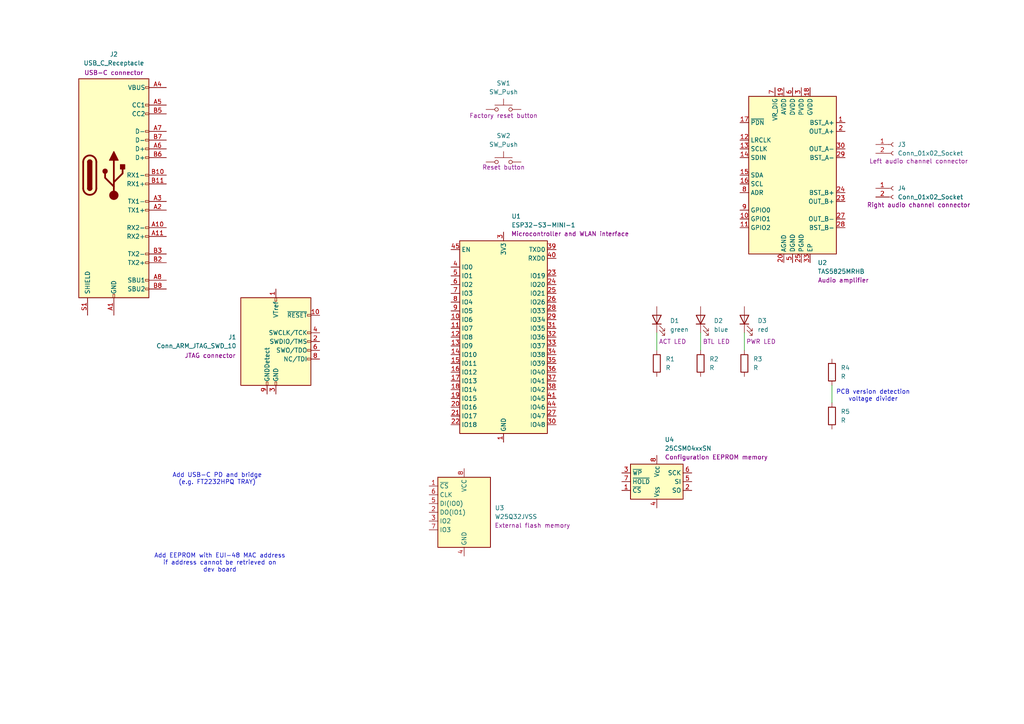
<source format=kicad_sch>
(kicad_sch (version 20231120) (generator "eeschema") (generator_version "8.0")
  (paper "A4")
  (title_block (title "soundbox"))
  (lib_symbols
    (symbol "Amplifier_Audio:TAS5825MRHB"
      (property "Reference" "U" (at -11.43 24.13 0))
      (property "Value" "TAS5825MRHB" (at 13.97 24.13 0))
      (symbol "TAS5825MRHB_0_1"
        (rectangle (start -12.7 22.86) (end 12.7 -22.86) (stroke (width 0.254)) (fill (type background)))
      )
      (symbol "TAS5825MRHB_1_1"
        (pin passive line (at 15.24 15.24 180) (length 2.54) (name "BST_A+") (number "1"))
        (pin bidirectional line (at -15.24 -12.7 0) (length 2.54) (name "GPIO1") (number "10"))
        (pin bidirectional line (at -15.24 -15.24 0) (length 2.54) (name "GPIO2") (number "11"))
        (pin input line (at -15.24 10.16 0) (length 2.54) (name "LRCLK") (number "12"))
        (pin input line (at -15.24 7.62 0) (length 2.54) (name "SCLK") (number "13"))
        (pin input line (at -15.24 5.08 0) (length 2.54) (name "SDIN") (number "14"))
        (pin bidirectional line (at -15.24 0 0) (length 2.54) (name "SDA") (number "15"))
        (pin input line (at -15.24 -2.54 0) (length 2.54) (name "SCL") (number "16"))
        (pin input line (at -15.24 15.24 0) (length 2.54) (name "~{PDN}") (number "17"))
        (pin passive line (at 5.08 25.4 270) (length 2.54) (name "GVDD") (number "18"))
        (pin passive line (at -2.54 25.4 270) (length 2.54) (name "AVDD") (number "19"))
        (pin output line (at 15.24 12.7 180) (length 2.54) (name "OUT_A+") (number "2"))
        (pin power_in line (at -2.54 -25.4 90) (length 2.54) (name "AGND") (number "20"))
        (pin passive line (at 2.54 25.4 270) (length 2.54) hide (name "PVDD") (number "21"))
        (pin passive line (at 2.54 25.4 270) (length 2.54) hide (name "PVDD") (number "22"))
        (pin output line (at 15.24 -7.62 180) (length 2.54) (name "OUT_B+") (number "23"))
        (pin passive line (at 15.24 -5.08 180) (length 2.54) (name "BST_B+") (number "24"))
        (pin power_in line (at 2.54 -25.4 90) (length 2.54) (name "PGND") (number "25"))
        (pin passive line (at 2.54 -25.4 90) (length 2.54) hide (name "PGND") (number "26"))
        (pin output line (at 15.24 -12.7 180) (length 2.54) (name "OUT_B-") (number "27"))
        (pin passive line (at 15.24 -15.24 180) (length 2.54) (name "BST_B-") (number "28"))
        (pin passive line (at 15.24 5.08 180) (length 2.54) (name "BST_A-") (number "29"))
        (pin power_in line (at 2.54 25.4 270) (length 2.54) (name "PVDD") (number "3"))
        (pin output line (at 15.24 7.62 180) (length 2.54) (name "OUT_A-") (number "30"))
        (pin passive line (at 2.54 -25.4 90) (length 2.54) hide (name "PGND") (number "31"))
        (pin passive line (at 2.54 -25.4 90) (length 2.54) hide (name "PGND") (number "32"))
        (pin passive line (at 5.08 -25.4 90) (length 2.54) (name "EP") (number "33"))
        (pin passive line (at 2.54 25.4 270) (length 2.54) hide (name "PVDD") (number "4"))
        (pin power_in line (at 0 -25.4 90) (length 2.54) (name "DGND") (number "5"))
        (pin power_in line (at 0 25.4 270) (length 2.54) (name "DVDD") (number "6"))
        (pin passive line (at -5.08 25.4 270) (length 2.54) (name "VR_DIG") (number "7"))
        (pin passive line (at -15.24 -5.08 0) (length 2.54) (name "ADR") (number "8"))
        (pin bidirectional line (at -15.24 -10.16 0) (length 2.54) (name "GPIO0") (number "9"))
      )
    )
    (symbol "Connector:Conn_01x02_Socket" (pin_names (offset 1.016) hide)
      (property "Reference" "J" (at 0 2.54 0))
      (property "Value" "Conn_01x02_Socket" (at 0 -5.08 0))
      (symbol "Conn_01x02_Socket_1_1"
        (arc (start 0 -2.032) (mid -0.5058 -2.54) (end 0 -3.048) (stroke (width 0.1524)))
        (polyline (pts (xy -1.27 -2.54) (xy -0.508 -2.54)) (stroke (width 0.1524)))
        (polyline (pts (xy -1.27 0) (xy -0.508 0)) (stroke (width 0.1524)))
        (arc (start 0 0.508) (mid -0.5058 0) (end 0 -0.508) (stroke (width 0.1524)))
        (pin passive line (at -5.08 0 0) (length 3.81) (name "Pin_1") (number "1"))
        (pin passive line (at -5.08 -2.54 0) (length 3.81) (name "Pin_2") (number "2"))
      )
    )
    (symbol "Connector:Conn_ARM_JTAG_SWD_10" (pin_names (offset 1.016))
      (property "Reference" "J" (at -2.54 16.51 0))
      (property "Value" "Conn_ARM_JTAG_SWD_10" (at -2.54 13.97 0))
      (symbol "Conn_ARM_JTAG_SWD_10_0_1"
        (rectangle (start -10.16 12.7) (end 10.16 -12.7) (stroke (width 0.254)) (fill (type background)))
        (rectangle (start -2.794 -12.7) (end -2.286 -11.684))
        (rectangle (start -0.254 -12.7) (end 0.254 -11.684))
        (rectangle (start -0.254 12.7) (end 0.254 11.684))
        (rectangle (start 9.144 2.286) (end 10.16 2.794))
        (rectangle (start 10.16 -2.794) (end 9.144 -2.286))
        (rectangle (start 10.16 -0.254) (end 9.144 0.254))
        (rectangle (start 10.16 7.874) (end 9.144 7.366))
      )
      (symbol "Conn_ARM_JTAG_SWD_10_1_1"
        (rectangle (start 9.144 -5.334) (end 10.16 -4.826))
        (pin power_in line (at 0 15.24 270) (length 2.54) (name "VTref") (number "1"))
        (pin open_collector line (at 12.7 7.62 180) (length 2.54) (name "~{RESET}") (number "10"))
        (pin bidirectional line (at 12.7 0 180) (length 2.54) (name "SWDIO/TMS") (number "2"))
        (pin power_in line (at 0 -15.24 90) (length 2.54) (name "GND") (number "3"))
        (pin output line (at 12.7 2.54 180) (length 2.54) (name "SWCLK/TCK") (number "4"))
        (pin passive line (at 0 -15.24 90) (length 2.54) hide (name "GND") (number "5"))
        (pin input line (at 12.7 -2.54 180) (length 2.54) (name "SWO/TDO") (number "6"))
        (pin no_connect line (at -10.16 0 0) (length 2.54) hide (name "KEY") (number "7"))
        (pin output line (at 12.7 -5.08 180) (length 2.54) (name "NC/TDI") (number "8"))
        (pin passive line (at -2.54 -15.24 90) (length 2.54) (name "GNDDetect") (number "9"))
      )
    )
    (symbol "Connector:USB_C_Receptacle" (pin_names (offset 1.016))
      (property "Reference" "J" (at -10.16 29.21 0))
      (property "Value" "USB_C_Receptacle" (at 10.16 29.21 0))
      (symbol "USB_C_Receptacle_0_0"
        (rectangle (start -0.254 -35.56) (end 0.254 -34.544))
        (rectangle (start 10.16 -32.766) (end 9.144 -33.274))
        (rectangle (start 10.16 -30.226) (end 9.144 -30.734))
        (rectangle (start 10.16 -25.146) (end 9.144 -25.654))
        (rectangle (start 10.16 -22.606) (end 9.144 -23.114))
        (rectangle (start 10.16 -17.526) (end 9.144 -18.034))
        (rectangle (start 10.16 -14.986) (end 9.144 -15.494))
        (rectangle (start 10.16 -9.906) (end 9.144 -10.414))
        (rectangle (start 10.16 -7.366) (end 9.144 -7.874))
        (rectangle (start 10.16 -2.286) (end 9.144 -2.794))
        (rectangle (start 10.16 0.254) (end 9.144 -0.254))
        (rectangle (start 10.16 5.334) (end 9.144 4.826))
        (rectangle (start 10.16 7.874) (end 9.144 7.366))
        (rectangle (start 10.16 10.414) (end 9.144 9.906))
        (rectangle (start 10.16 12.954) (end 9.144 12.446))
        (rectangle (start 10.16 18.034) (end 9.144 17.526))
        (rectangle (start 10.16 20.574) (end 9.144 20.066))
        (rectangle (start 10.16 25.654) (end 9.144 25.146))
      )
      (symbol "USB_C_Receptacle_0_1"
        (rectangle (start -10.16 27.94) (end 10.16 -35.56) (stroke (width 0.254)) (fill (type background)))
        (arc (start -8.89 -3.81) (mid -6.985 -5.7067) (end -5.08 -3.81) (stroke (width 0.508)))
        (arc (start -7.62 -3.81) (mid -6.985 -4.4423) (end -6.35 -3.81) (stroke (width 0.254)))
        (arc (start -7.62 -3.81) (mid -6.985 -4.4423) (end -6.35 -3.81) (stroke (width 0.254)) (fill (type outline)))
        (rectangle (start -7.62 -3.81) (end -6.35 3.81) (stroke (width 0.254)) (fill (type outline)))
        (arc (start -6.35 3.81) (mid -6.985 4.4423) (end -7.62 3.81) (stroke (width 0.254)))
        (arc (start -6.35 3.81) (mid -6.985 4.4423) (end -7.62 3.81) (stroke (width 0.254)) (fill (type outline)))
        (arc (start -5.08 3.81) (mid -6.985 5.7067) (end -8.89 3.81) (stroke (width 0.508)))
        (polyline (pts (xy -8.89 -3.81) (xy -8.89 3.81)) (stroke (width 0.508)))
        (polyline (pts (xy -5.08 3.81) (xy -5.08 -3.81)) (stroke (width 0.508)))
      )
      (symbol "USB_C_Receptacle_1_1"
        (circle (center -2.54 1.143) (radius 0.635) (stroke (width 0.254)) (fill (type outline)))
        (circle (center 0 -5.842) (radius 1.27) (fill (type outline)))
        (polyline (pts (xy 0 -5.842) (xy 0 4.318)) (stroke (width 0.508)))
        (polyline (pts (xy 0 -3.302) (xy -2.54 -0.762) (xy -2.54 0.508)) (stroke (width 0.508)))
        (polyline (pts (xy 0 -2.032) (xy 2.54 0.508) (xy 2.54 1.778)) (stroke (width 0.508)))
        (polyline (pts (xy -1.27 4.318) (xy 0 6.858) (xy 1.27 4.318) (xy -1.27 4.318)) (stroke (width 0.254)) (fill (type outline)))
        (rectangle (start 1.905 1.778) (end 3.175 3.048) (stroke (width 0.254)) (fill (type outline)))
        (pin passive line (at 0 -40.64 90) (length 5.08) (name "GND") (number "A1"))
        (pin bidirectional line (at 15.24 -15.24 180) (length 5.08) (name "RX2-") (number "A10"))
        (pin bidirectional line (at 15.24 -17.78 180) (length 5.08) (name "RX2+") (number "A11"))
        (pin passive line (at 0 -40.64 90) (length 5.08) hide (name "GND") (number "A12"))
        (pin bidirectional line (at 15.24 -10.16 180) (length 5.08) (name "TX1+") (number "A2"))
        (pin bidirectional line (at 15.24 -7.62 180) (length 5.08) (name "TX1-") (number "A3"))
        (pin passive line (at 15.24 25.4 180) (length 5.08) (name "VBUS") (number "A4"))
        (pin bidirectional line (at 15.24 20.32 180) (length 5.08) (name "CC1") (number "A5"))
        (pin bidirectional line (at 15.24 7.62 180) (length 5.08) (name "D+") (number "A6"))
        (pin bidirectional line (at 15.24 12.7 180) (length 5.08) (name "D-") (number "A7"))
        (pin bidirectional line (at 15.24 -30.48 180) (length 5.08) (name "SBU1") (number "A8"))
        (pin passive line (at 15.24 25.4 180) (length 5.08) hide (name "VBUS") (number "A9"))
        (pin passive line (at 0 -40.64 90) (length 5.08) hide (name "GND") (number "B1"))
        (pin bidirectional line (at 15.24 0 180) (length 5.08) (name "RX1-") (number "B10"))
        (pin bidirectional line (at 15.24 -2.54 180) (length 5.08) (name "RX1+") (number "B11"))
        (pin passive line (at 0 -40.64 90) (length 5.08) hide (name "GND") (number "B12"))
        (pin bidirectional line (at 15.24 -25.4 180) (length 5.08) (name "TX2+") (number "B2"))
        (pin bidirectional line (at 15.24 -22.86 180) (length 5.08) (name "TX2-") (number "B3"))
        (pin passive line (at 15.24 25.4 180) (length 5.08) hide (name "VBUS") (number "B4"))
        (pin bidirectional line (at 15.24 17.78 180) (length 5.08) (name "CC2") (number "B5"))
        (pin bidirectional line (at 15.24 5.08 180) (length 5.08) (name "D+") (number "B6"))
        (pin bidirectional line (at 15.24 10.16 180) (length 5.08) (name "D-") (number "B7"))
        (pin bidirectional line (at 15.24 -33.02 180) (length 5.08) (name "SBU2") (number "B8"))
        (pin passive line (at 15.24 25.4 180) (length 5.08) hide (name "VBUS") (number "B9"))
        (pin passive line (at -7.62 -40.64 90) (length 5.08) (name "SHIELD") (number "S1"))
      )
    )
    (symbol "Device:LED" (pin_numbers hide) (pin_names (offset 1.016) hide)
      (property "Reference" "D" (at 0 2.54 0))
      (property "Value" "LED" (at 0 -2.54 0))
      (symbol "LED_0_1"
        (polyline (pts (xy -1.27 -1.27) (xy -1.27 1.27)) (stroke (width 0.254)))
        (polyline (pts (xy -1.27 0) (xy 1.27 0)))
        (polyline (pts (xy 1.27 -1.27) (xy 1.27 1.27) (xy -1.27 0) (xy 1.27 -1.27)) (stroke (width 0.254)))
        (polyline (pts (xy -3.048 -0.762) (xy -4.572 -2.286) (xy -3.81 -2.286) (xy -4.572 -2.286) (xy -4.572 -1.524)))
        (polyline (pts (xy -1.778 -0.762) (xy -3.302 -2.286) (xy -2.54 -2.286) (xy -3.302 -2.286) (xy -3.302 -1.524)))
      )
      (symbol "LED_1_1"
        (pin passive line (at -3.81 0 0) (length 2.54) (name "K") (number "1"))
        (pin passive line (at 3.81 0 180) (length 2.54) (name "A") (number "2"))
      )
    )
    (symbol "Device:R" (pin_numbers hide) (pin_names (offset 0))
      (property "Reference" "R" (at 2.032 0 90))
      (property "Value" "R" (at 0 0 90))
      (symbol "R_0_1"
        (rectangle (start -1.016 -2.54) (end 1.016 2.54) (stroke (width 0.254)))
      )
      (symbol "R_1_1"
        (pin passive line (at 0 3.81 270) (length 1.27) (name "~") (number "1"))
        (pin passive line (at 0 -3.81 90) (length 1.27) (name "~") (number "2"))
      )
    )
    (symbol "Memory_EEPROM:25CSM04xxSN"
      (property "Reference" "U3" (at 1.9559 8.89 0))
      (property "Value" "25CSM04xxSN" (at 1.9559 6.35 0))
      (symbol "25CSM04xxSN_1_1"
        (rectangle (start -7.62 5.08) (end 7.62 -5.08) (stroke (width 0.254)) (fill (type background)))
        (pin input line (at -10.16 -2.54 0) (length 2.54) (name "~{CS}") (number "1"))
        (pin tri_state line (at 10.16 -2.54 180) (length 2.54) (name "SO") (number "2"))
        (pin input line (at -10.16 2.54 0) (length 2.54) (name "~{WP}") (number "3"))
        (pin power_in line (at 0 -7.62 90) (length 2.54) (name "V_{SS}") (number "4"))
        (pin input line (at 10.16 0 180) (length 2.54) (name "SI") (number "5"))
        (pin input line (at 10.16 2.54 180) (length 2.54) (name "SCK") (number "6"))
        (pin input line (at -10.16 0 0) (length 2.54) (name "~{HOLD}") (number "7"))
        (pin power_in line (at 0 7.62 270) (length 2.54) (name "V_{CC}") (number "8"))
      )
    )
    (symbol "Memory_Flash:W25Q32JVSS"
      (property "Reference" "U" (at -6.35 11.43 0))
      (property "Value" "W25Q32JVSS" (at 7.62 11.43 0))
      (symbol "W25Q32JVSS_0_1"
        (rectangle (start -7.62 10.16) (end 7.62 -10.16) (stroke (width 0.254)) (fill (type background)))
      )
      (symbol "W25Q32JVSS_1_1"
        (pin input line (at -10.16 7.62 0) (length 2.54) (name "~{CS}") (number "1"))
        (pin bidirectional line (at -10.16 0 0) (length 2.54) (name "DO(IO1)") (number "2"))
        (pin bidirectional line (at -10.16 -2.54 0) (length 2.54) (name "IO2") (number "3"))
        (pin power_in line (at 0 -12.7 90) (length 2.54) (name "GND") (number "4"))
        (pin bidirectional line (at -10.16 2.54 0) (length 2.54) (name "DI(IO0)") (number "5"))
        (pin input line (at -10.16 5.08 0) (length 2.54) (name "CLK") (number "6"))
        (pin bidirectional line (at -10.16 -5.08 0) (length 2.54) (name "IO3") (number "7"))
        (pin power_in line (at 0 12.7 270) (length 2.54) (name "VCC") (number "8"))
      )
    )
    (symbol "RF_Module:ESP32-S3-MINI-1"
      (property "Reference" "U" (at -11.43 29.21 0))
      (property "Value" "ESP32-S3-MINI-1" (at 12.7 29.21 0))
      (symbol "ESP32-S3-MINI-1_0_1"
        (rectangle (start -12.7 27.94) (end 12.7 -27.94) (stroke (width 0.254)) (fill (type background)))
      )
      (symbol "ESP32-S3-MINI-1_1_1"
        (pin power_in line (at 0 -30.48 90) (length 2.54) (name "GND") (number "1"))
        (pin bidirectional line (at -15.24 5.08 0) (length 2.54) (name "IO6") (number "10"))
        (pin bidirectional line (at -15.24 2.54 0) (length 2.54) (name "IO7") (number "11"))
        (pin bidirectional line (at -15.24 0 0) (length 2.54) (name "IO8") (number "12"))
        (pin bidirectional line (at -15.24 -2.54 0) (length 2.54) (name "IO9") (number "13"))
        (pin bidirectional line (at -15.24 -5.08 0) (length 2.54) (name "IO10") (number "14"))
        (pin bidirectional line (at -15.24 -7.62 0) (length 2.54) (name "IO11") (number "15"))
        (pin bidirectional line (at -15.24 -10.16 0) (length 2.54) (name "IO12") (number "16"))
        (pin bidirectional line (at -15.24 -12.7 0) (length 2.54) (name "IO13") (number "17"))
        (pin bidirectional line (at -15.24 -15.24 0) (length 2.54) (name "IO14") (number "18"))
        (pin bidirectional line (at -15.24 -17.78 0) (length 2.54) (name "IO15") (number "19"))
        (pin passive line (at 0 -30.48 90) (length 2.54) hide (name "GND") (number "2"))
        (pin bidirectional line (at -15.24 -20.32 0) (length 2.54) (name "IO16") (number "20"))
        (pin bidirectional line (at -15.24 -22.86 0) (length 2.54) (name "IO17") (number "21"))
        (pin bidirectional line (at -15.24 -25.4 0) (length 2.54) (name "IO18") (number "22"))
        (pin bidirectional line (at 15.24 17.78 180) (length 2.54) (name "IO19") (number "23"))
        (pin bidirectional line (at 15.24 15.24 180) (length 2.54) (name "IO20") (number "24"))
        (pin bidirectional line (at 15.24 12.7 180) (length 2.54) (name "IO21") (number "25"))
        (pin bidirectional line (at 15.24 10.16 180) (length 2.54) (name "IO26") (number "26"))
        (pin bidirectional line (at 15.24 -22.86 180) (length 2.54) (name "IO47") (number "27"))
        (pin bidirectional line (at 15.24 7.62 180) (length 2.54) (name "IO33") (number "28"))
        (pin bidirectional line (at 15.24 5.08 180) (length 2.54) (name "IO34") (number "29"))
        (pin power_in line (at 0 30.48 270) (length 2.54) (name "3V3") (number "3"))
        (pin bidirectional line (at 15.24 -25.4 180) (length 2.54) (name "IO48") (number "30"))
        (pin bidirectional line (at 15.24 2.54 180) (length 2.54) (name "IO35") (number "31"))
        (pin bidirectional line (at 15.24 0 180) (length 2.54) (name "IO36") (number "32"))
        (pin bidirectional line (at 15.24 -2.54 180) (length 2.54) (name "IO37") (number "33"))
        (pin bidirectional line (at 15.24 -5.08 180) (length 2.54) (name "IO38") (number "34"))
        (pin bidirectional line (at 15.24 -7.62 180) (length 2.54) (name "IO39") (number "35"))
        (pin bidirectional line (at 15.24 -10.16 180) (length 2.54) (name "IO40") (number "36"))
        (pin bidirectional line (at 15.24 -12.7 180) (length 2.54) (name "IO41") (number "37"))
        (pin bidirectional line (at 15.24 -15.24 180) (length 2.54) (name "IO42") (number "38"))
        (pin bidirectional line (at 15.24 25.4 180) (length 2.54) (name "TXD0") (number "39"))
        (pin bidirectional line (at -15.24 20.32 0) (length 2.54) (name "IO0") (number "4"))
        (pin bidirectional line (at 15.24 22.86 180) (length 2.54) (name "RXD0") (number "40"))
        (pin bidirectional line (at 15.24 -17.78 180) (length 2.54) (name "IO45") (number "41"))
        (pin passive line (at 0 -30.48 90) (length 2.54) hide (name "GND") (number "42"))
        (pin passive line (at 0 -30.48 90) (length 2.54) hide (name "GND") (number "43"))
        (pin bidirectional line (at 15.24 -20.32 180) (length 2.54) (name "IO46") (number "44"))
        (pin input line (at -15.24 25.4 0) (length 2.54) (name "EN") (number "45"))
        (pin passive line (at 0 -30.48 90) (length 2.54) hide (name "GND") (number "46"))
        (pin passive line (at 0 -30.48 90) (length 2.54) hide (name "GND") (number "47"))
        (pin passive line (at 0 -30.48 90) (length 2.54) hide (name "GND") (number "48"))
        (pin passive line (at 0 -30.48 90) (length 2.54) hide (name "GND") (number "49"))
        (pin bidirectional line (at -15.24 17.78 0) (length 2.54) (name "IO1") (number "5"))
        (pin passive line (at 0 -30.48 90) (length 2.54) hide (name "GND") (number "50"))
        (pin passive line (at 0 -30.48 90) (length 2.54) hide (name "GND") (number "51"))
        (pin passive line (at 0 -30.48 90) (length 2.54) hide (name "GND") (number "52"))
        (pin passive line (at 0 -30.48 90) (length 2.54) hide (name "GND") (number "53"))
        (pin passive line (at 0 -30.48 90) (length 2.54) hide (name "GND") (number "54"))
        (pin passive line (at 0 -30.48 90) (length 2.54) hide (name "GND") (number "55"))
        (pin passive line (at 0 -30.48 90) (length 2.54) hide (name "GND") (number "56"))
        (pin passive line (at 0 -30.48 90) (length 2.54) hide (name "GND") (number "57"))
        (pin passive line (at 0 -30.48 90) (length 2.54) hide (name "GND") (number "58"))
        (pin passive line (at 0 -30.48 90) (length 2.54) hide (name "GND") (number "59"))
        (pin bidirectional line (at -15.24 15.24 0) (length 2.54) (name "IO2") (number "6"))
        (pin passive line (at 0 -30.48 90) (length 2.54) hide (name "GND") (number "60"))
        (pin passive line (at 0 -30.48 90) (length 2.54) hide (name "GND") (number "61"))
        (pin passive line (at 0 -30.48 90) (length 2.54) hide (name "GND") (number "62"))
        (pin passive line (at 0 -30.48 90) (length 2.54) hide (name "GND") (number "63"))
        (pin passive line (at 0 -30.48 90) (length 2.54) hide (name "GND") (number "64"))
        (pin passive line (at 0 -30.48 90) (length 2.54) hide (name "GND") (number "65"))
        (pin bidirectional line (at -15.24 12.7 0) (length 2.54) (name "IO3") (number "7"))
        (pin bidirectional line (at -15.24 10.16 0) (length 2.54) (name "IO4") (number "8"))
        (pin bidirectional line (at -15.24 7.62 0) (length 2.54) (name "IO5") (number "9"))
      )
    )
    (symbol "Switch:SW_Push" (pin_numbers hide) (pin_names (offset 1.016) hide)
      (property "Reference" "SW" (at 1.27 2.54 0))
      (property "Value" "SW_Push" (at 0 -1.524 0))
      (symbol "SW_Push_0_1"
        (circle (center -2.032 0) (radius 0.508))
        (polyline (pts (xy 0 1.27) (xy 0 3.048)))
        (polyline (pts (xy 2.54 1.27) (xy -2.54 1.27)))
        (circle (center 2.032 0) (radius 0.508))
        (pin passive line (at -5.08 0 0) (length 2.54) (name "1") (number "1"))
        (pin passive line (at 5.08 0 180) (length 2.54) (name "2") (number "2"))
      )
    )
  )
  (wire (pts (xy 190.5 96.52) (xy 190.5 101.6)))
  (wire (pts (xy 241.3 111.76) (xy 241.3 116.84)))
  (wire (pts (xy 203.2 96.52) (xy 203.2 101.6)))
  (wire (pts (xy 215.9 96.52) (xy 215.9 101.6)))
  (text "Add EEPROM with EUI-48 MAC address\nif address cannot be retrieved on\ndev board" (at 63.754 163.322 0) (effects (font (size 1.27 1.27))))
  (text "Add USB-C PD and bridge\n(e.g. FT2232HPQ TRAY)" (at 62.992 138.938 0) (effects (font (size 1.27 1.27))))
  (text "PCB version detection\nvoltage divider" (at 253.238 114.808 0) (effects (font (size 1.27 1.27))))
  (symbol (lib_id "RF_Module:ESP32-S3-MINI-1") (at 146.05 97.79 0) (unit 1)
    (property "Reference" "U1" (at 148.336 62.738 0) (effects (justify left)))
    (property "Value" "ESP32-S3-MINI-1" (at 148.336 65.278 0) (effects (justify left)))
    (property "Footprint" "RF_Module:ESP32-S2-MINI-1" (effects (hide yes)))
    (property "Datasheet" "https://www.espressif.com/sites/default/files/documentation/esp32-s3-mini-1_mini-1u_datasheet_en.pdf" (effects (hide yes)))
    (property "Description" "Microcontroller and WLAN interface" (at 165.354 67.818 0))
  )
  (symbol (lib_id "Memory_Flash:W25Q32JVSS") (at 134.62 148.59 0) (unit 1)
    (property "Reference" "U3" (at 143.51 147.3199 0) (effects (justify left)))
    (property "Value" "W25Q32JVSS" (at 143.51 149.8599 0) (effects (justify left)))
    (property "Footprint" "Package_SO:SOIC-8_5.23x5.23mm_P1.27mm" (effects (hide yes)))
    (property "Datasheet" "http://www.winbond.com/resource-files/w25q32jv%20revg%2003272018%20plus.pdf" (effects (hide yes)))
    (property "Description" "External flash memory" (at 154.432 152.4 0))
  )
  (symbol (lib_id "Connector:Conn_ARM_JTAG_SWD_10") (at 80.01 99.06 0) (unit 1)
    (property "Reference" "J1" (at 68.58 97.7899 0) (effects (justify right)))
    (property "Value" "Conn_ARM_JTAG_SWD_10" (at 68.58 100.3299 0) (effects (justify right)))
    (property "Datasheet" "http://infocenter.arm.com/help/topic/com.arm.doc.ddi0314h/DDI0314H_coresight_components_trm.pdf" (effects (hide yes)))
    (property "Description" "JTAG connector" (at 60.96 103.124 0))
  )
  (symbol (lib_id "Switch:SW_Push") (at 146.05 46.99 0) (unit 1)
    (property "Reference" "SW2" (at 146.05 39.37 0))
    (property "Value" "SW_Push" (at 146.05 41.91 0))
    (property "Description" "Reset button" (at 146.05 48.514 0))
  )
  (symbol (lib_id "Connector:Conn_01x02_Socket") (at 259.08 54.61 0) (unit 1)
    (property "Reference" "J4" (at 260.35 54.6099 0) (effects (justify left)))
    (property "Value" "Conn_01x02_Socket" (at 260.35 57.1499 0) (effects (justify left)))
    (property "Description" "Right audio channel connector" (at 266.446 59.436 0))
  )
  (symbol (lib_id "Connector:Conn_01x02_Socket") (at 259.08 41.91 0) (unit 1)
    (property "Reference" "J3" (at 260.35 41.9099 0) (effects (justify left)))
    (property "Value" "Conn_01x02_Socket" (at 260.35 44.4499 0) (effects (justify left)))
    (property "Description" "Left audio channel connector" (at 266.446 46.736 0))
  )
  (symbol (lib_id "Device:R") (at 215.9 105.41 0) (unit 1)
    (property "Reference" "R3" (at 218.44 104.1399 0) (effects (justify left)))
    (property "Value" "R" (at 218.44 106.6799 0) (effects (justify left)))
    (property "Description" "Resistor" (effects (hide yes)))
  )
  (symbol (lib_id "Connector:USB_C_Receptacle") (at 33.02 50.8 0) (unit 1)
    (property "Reference" "J2" (at 33.02 15.748 0))
    (property "Value" "USB_C_Receptacle" (at 33.02 18.288 0))
    (property "Datasheet" "https://www.usb.org/sites/default/files/documents/usb_type-c.zip" (effects (hide yes)))
    (property "Description" "USB-C connector" (at 33.02 21.082 0))
  )
  (symbol (lib_id "Switch:SW_Push") (at 146.05 31.75 0) (unit 1)
    (property "Reference" "SW1" (at 146.05 24.13 0))
    (property "Value" "SW_Push" (at 146.05 26.67 0))
    (property "Description" "Factory reset button" (at 146.05 33.528 0))
  )
  (symbol (lib_id "Memory_EEPROM:25CSM04xxSN") (at 190.5 139.7 0) (unit 1)
    (property "Reference" "U4" (at 192.786 127.508 0) (effects (justify left)))
    (property "Value" "25CSM04xxSN" (at 192.786 130.048 0) (effects (justify left)))
    (property "Footprint" "Package_SO:SOIC-8_3.9x4.9mm_P1.27mm" (effects (hide yes)))
    (property "Datasheet" "https://ww1.microchip.com/downloads/aemDocuments/documents/MPD/ProductDocuments/DataSheets/25CSM04-4-Mbit-SPI-Serial-EEPROM-With-128-Bit-Serial-Number-and-Enhanced-Write-Protection-20005817C.pdf" (effects (hide yes)))
    (property "Description" "Configuration EEPROM memory" (at 207.772 132.588 0))
  )
  (symbol (lib_id "Device:R") (at 203.2 105.41 0) (unit 1)
    (property "Reference" "R2" (at 205.74 104.1399 0) (effects (justify left)))
    (property "Value" "R" (at 205.74 106.6799 0) (effects (justify left)))
    (property "Description" "Resistor" (effects (hide yes)))
  )
  (symbol (lib_id "Amplifier_Audio:TAS5825MRHB") (at 229.87 50.8 0) (unit 1)
    (property "Reference" "U2" (at 237.1441 76.2 0) (effects (justify left)))
    (property "Value" "TAS5825MRHB" (at 237.1441 78.74 0) (effects (justify left)))
    (property "Footprint" "Package_DFN_QFN:VQFN-32-1EP_5x5mm_P0.5mm_EP3.1x3.1mm" (effects (hide yes)))
    (property "Datasheet" "www.ti.com/lit/ds/symlink/tas5825m.pdf" (effects (hide yes)))
    (property "Description" "Audio amplifier" (at 244.602 81.28 0))
  )
  (symbol (lib_id "Device:R") (at 241.3 120.65 0) (unit 1)
    (property "Reference" "R5" (at 243.84 119.3799 0) (effects (justify left)))
    (property "Value" "R" (at 243.84 121.9199 0) (effects (justify left)))
    (property "Description" "Resistor" (effects (hide yes)))
  )
  (symbol (lib_id "Device:LED") (at 190.5 92.71 90) (unit 1)
    (property "Reference" "D1" (at 194.31 93.0274 90) (effects (justify right)))
    (property "Value" "green" (at 194.31 95.5674 90) (effects (justify right)))
    (property "Description" "ACT LED" (at 195.072 99.06 90))
  )
  (symbol (lib_id "Device:R") (at 241.3 107.95 0) (unit 1)
    (property "Reference" "R4" (at 243.84 106.6799 0) (effects (justify left)))
    (property "Value" "R" (at 243.84 109.2199 0) (effects (justify left)))
    (property "Description" "Resistor" (effects (hide yes)))
  )
  (symbol (lib_id "Device:R") (at 190.5 105.41 0) (unit 1)
    (property "Reference" "R1" (at 193.04 104.1399 0) (effects (justify left)))
    (property "Value" "R" (at 193.04 106.6799 0) (effects (justify left)))
    (property "Description" "Resistor" (effects (hide yes)))
  )
  (symbol (lib_id "Device:LED") (at 215.9 92.71 90) (unit 1)
    (property "Reference" "D3" (at 219.71 93.0274 90) (effects (justify right)))
    (property "Value" "red" (at 219.71 95.5674 90) (effects (justify right)))
    (property "Description" "PWR LED" (at 220.726 99.06 90))
  )
  (symbol (lib_id "Device:LED") (at 203.2 92.71 90) (unit 1)
    (property "Reference" "D2" (at 207.01 93.0274 90) (effects (justify right)))
    (property "Value" "blue" (at 207.01 95.5674 90) (effects (justify right)))
    (property "Description" "BTL LED" (at 207.772 99.06 90))
  )
)
</source>
